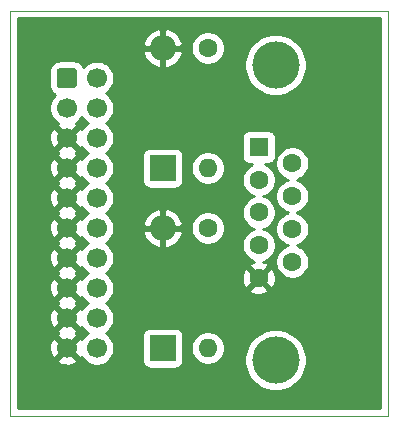
<source format=gbr>
%TF.GenerationSoftware,KiCad,Pcbnew,(5.1.7-0-10_14)*%
%TF.CreationDate,2020-10-13T23:49:25+02:00*%
%TF.ProjectId,UPURS Adapter,55505552-5320-4416-9461-707465722e6b,rev?*%
%TF.SameCoordinates,Original*%
%TF.FileFunction,Copper,L2,Bot*%
%TF.FilePolarity,Positive*%
%FSLAX46Y46*%
G04 Gerber Fmt 4.6, Leading zero omitted, Abs format (unit mm)*
G04 Created by KiCad (PCBNEW (5.1.7-0-10_14)) date 2020-10-13 23:49:25*
%MOMM*%
%LPD*%
G01*
G04 APERTURE LIST*
%TA.AperFunction,Profile*%
%ADD10C,0.050000*%
%TD*%
%TA.AperFunction,ComponentPad*%
%ADD11R,2.200000X2.200000*%
%TD*%
%TA.AperFunction,ComponentPad*%
%ADD12O,2.200000X2.200000*%
%TD*%
%TA.AperFunction,ComponentPad*%
%ADD13C,1.700000*%
%TD*%
%TA.AperFunction,ComponentPad*%
%ADD14R,1.600000X1.600000*%
%TD*%
%TA.AperFunction,ComponentPad*%
%ADD15C,1.600000*%
%TD*%
%TA.AperFunction,ComponentPad*%
%ADD16C,4.000000*%
%TD*%
%TA.AperFunction,ComponentPad*%
%ADD17O,1.600000X1.600000*%
%TD*%
%TA.AperFunction,Conductor*%
%ADD18C,0.254000*%
%TD*%
%TA.AperFunction,Conductor*%
%ADD19C,0.150000*%
%TD*%
G04 APERTURE END LIST*
D10*
X46736000Y-79375000D02*
X46736000Y-45085000D01*
X78740000Y-79375000D02*
X46736000Y-79375000D01*
X78740000Y-45085000D02*
X78740000Y-79375000D01*
X46736000Y-45085000D02*
X78740000Y-45085000D01*
D11*
%TO.P,D1,1*%
%TO.N,/RTS*%
X59690000Y-58420000D03*
D12*
%TO.P,D1,2*%
%TO.N,GND*%
X59690000Y-48260000D03*
%TD*%
%TO.P,D2,2*%
%TO.N,GND*%
X59690000Y-63500000D03*
D11*
%TO.P,D2,1*%
%TO.N,/TxD*%
X59690000Y-73660000D03*
%TD*%
%TO.P,J1,1*%
%TO.N,N/C*%
%TA.AperFunction,ComponentPad*%
G36*
G01*
X50712000Y-51400000D02*
X50712000Y-50200000D01*
G75*
G02*
X50962000Y-49950000I250000J0D01*
G01*
X52162000Y-49950000D01*
G75*
G02*
X52412000Y-50200000I0J-250000D01*
G01*
X52412000Y-51400000D01*
G75*
G02*
X52162000Y-51650000I-250000J0D01*
G01*
X50962000Y-51650000D01*
G75*
G02*
X50712000Y-51400000I0J250000D01*
G01*
G37*
%TD.AperFunction*%
D13*
%TO.P,J1,3*%
X51562000Y-53340000D03*
%TO.P,J1,5*%
%TO.N,GND*%
X51562000Y-55880000D03*
%TO.P,J1,7*%
X51562000Y-58420000D03*
%TO.P,J1,9*%
X51562000Y-60960000D03*
%TO.P,J1,11*%
X51562000Y-63500000D03*
%TO.P,J1,13*%
X51562000Y-66040000D03*
%TO.P,J1,15*%
X51562000Y-68580000D03*
%TO.P,J1,17*%
X51562000Y-71120000D03*
%TO.P,J1,19*%
X51562000Y-73660000D03*
%TO.P,J1,2*%
%TO.N,N/C*%
X54102000Y-50800000D03*
%TO.P,J1,4*%
X54102000Y-53340000D03*
%TO.P,J1,6*%
%TO.N,/RxD*%
X54102000Y-55880000D03*
%TO.P,J1,8*%
%TO.N,/RTS*%
X54102000Y-58420000D03*
%TO.P,J1,10*%
%TO.N,N/C*%
X54102000Y-60960000D03*
%TO.P,J1,12*%
X54102000Y-63500000D03*
%TO.P,J1,14*%
X54102000Y-66040000D03*
%TO.P,J1,16*%
X54102000Y-68580000D03*
%TO.P,J1,18*%
%TO.N,/CTS*%
X54102000Y-71120000D03*
%TO.P,J1,20*%
%TO.N,/TxD*%
X54102000Y-73660000D03*
%TD*%
D14*
%TO.P,J2,1*%
%TO.N,N/C*%
X67818000Y-56642000D03*
D15*
%TO.P,J2,2*%
%TO.N,/RxD*%
X67818000Y-59412000D03*
%TO.P,J2,3*%
%TO.N,/TxD-PC*%
X67818000Y-62182000D03*
%TO.P,J2,4*%
%TO.N,Net-(J2-Pad4)*%
X67818000Y-64952000D03*
%TO.P,J2,5*%
%TO.N,GND*%
X67818000Y-67722000D03*
%TO.P,J2,6*%
%TO.N,Net-(J2-Pad4)*%
X70658000Y-58027000D03*
%TO.P,J2,7*%
%TO.N,/RTS-PC*%
X70658000Y-60797000D03*
%TO.P,J2,8*%
%TO.N,/CTS*%
X70658000Y-63567000D03*
%TO.P,J2,9*%
%TO.N,N/C*%
X70658000Y-66337000D03*
D16*
%TO.P,J2,0*%
%TO.N,Net-(J2-Pad0)*%
X69238000Y-74682000D03*
X69238000Y-49682000D03*
%TD*%
D17*
%TO.P,R1,2*%
%TO.N,/RTS*%
X63500000Y-58420000D03*
D15*
%TO.P,R1,1*%
%TO.N,/RTS-PC*%
X63500000Y-48260000D03*
%TD*%
%TO.P,R2,1*%
%TO.N,/TxD-PC*%
X63500000Y-63500000D03*
D17*
%TO.P,R2,2*%
%TO.N,/TxD*%
X63500000Y-73660000D03*
%TD*%
D18*
%TO.N,GND*%
X78080001Y-78715000D02*
X47396000Y-78715000D01*
X47396000Y-74688397D01*
X50713208Y-74688397D01*
X50790843Y-74937472D01*
X51054883Y-75063371D01*
X51338411Y-75135339D01*
X51630531Y-75150611D01*
X51920019Y-75108599D01*
X52195747Y-75010919D01*
X52333157Y-74937472D01*
X52410792Y-74688397D01*
X51562000Y-73839605D01*
X50713208Y-74688397D01*
X47396000Y-74688397D01*
X47396000Y-73728531D01*
X50071389Y-73728531D01*
X50113401Y-74018019D01*
X50211081Y-74293747D01*
X50284528Y-74431157D01*
X50533603Y-74508792D01*
X51382395Y-73660000D01*
X50533603Y-72811208D01*
X50284528Y-72888843D01*
X50158629Y-73152883D01*
X50086661Y-73436411D01*
X50071389Y-73728531D01*
X47396000Y-73728531D01*
X47396000Y-72148397D01*
X50713208Y-72148397D01*
X50788514Y-72390000D01*
X50713208Y-72631603D01*
X51562000Y-73480395D01*
X52410792Y-72631603D01*
X52335486Y-72390000D01*
X52410792Y-72148397D01*
X51562000Y-71299605D01*
X50713208Y-72148397D01*
X47396000Y-72148397D01*
X47396000Y-71188531D01*
X50071389Y-71188531D01*
X50113401Y-71478019D01*
X50211081Y-71753747D01*
X50284528Y-71891157D01*
X50533603Y-71968792D01*
X51382395Y-71120000D01*
X50533603Y-70271208D01*
X50284528Y-70348843D01*
X50158629Y-70612883D01*
X50086661Y-70896411D01*
X50071389Y-71188531D01*
X47396000Y-71188531D01*
X47396000Y-69608397D01*
X50713208Y-69608397D01*
X50788514Y-69850000D01*
X50713208Y-70091603D01*
X51562000Y-70940395D01*
X52410792Y-70091603D01*
X52335486Y-69850000D01*
X52410792Y-69608397D01*
X51562000Y-68759605D01*
X50713208Y-69608397D01*
X47396000Y-69608397D01*
X47396000Y-68648531D01*
X50071389Y-68648531D01*
X50113401Y-68938019D01*
X50211081Y-69213747D01*
X50284528Y-69351157D01*
X50533603Y-69428792D01*
X51382395Y-68580000D01*
X50533603Y-67731208D01*
X50284528Y-67808843D01*
X50158629Y-68072883D01*
X50086661Y-68356411D01*
X50071389Y-68648531D01*
X47396000Y-68648531D01*
X47396000Y-67068397D01*
X50713208Y-67068397D01*
X50788514Y-67310000D01*
X50713208Y-67551603D01*
X51562000Y-68400395D01*
X52410792Y-67551603D01*
X52335486Y-67310000D01*
X52410792Y-67068397D01*
X51562000Y-66219605D01*
X50713208Y-67068397D01*
X47396000Y-67068397D01*
X47396000Y-66108531D01*
X50071389Y-66108531D01*
X50113401Y-66398019D01*
X50211081Y-66673747D01*
X50284528Y-66811157D01*
X50533603Y-66888792D01*
X51382395Y-66040000D01*
X50533603Y-65191208D01*
X50284528Y-65268843D01*
X50158629Y-65532883D01*
X50086661Y-65816411D01*
X50071389Y-66108531D01*
X47396000Y-66108531D01*
X47396000Y-64528397D01*
X50713208Y-64528397D01*
X50788514Y-64770000D01*
X50713208Y-65011603D01*
X51562000Y-65860395D01*
X52410792Y-65011603D01*
X52335486Y-64770000D01*
X52410792Y-64528397D01*
X51562000Y-63679605D01*
X50713208Y-64528397D01*
X47396000Y-64528397D01*
X47396000Y-63568531D01*
X50071389Y-63568531D01*
X50113401Y-63858019D01*
X50211081Y-64133747D01*
X50284528Y-64271157D01*
X50533603Y-64348792D01*
X51382395Y-63500000D01*
X50533603Y-62651208D01*
X50284528Y-62728843D01*
X50158629Y-62992883D01*
X50086661Y-63276411D01*
X50071389Y-63568531D01*
X47396000Y-63568531D01*
X47396000Y-61988397D01*
X50713208Y-61988397D01*
X50788514Y-62230000D01*
X50713208Y-62471603D01*
X51562000Y-63320395D01*
X52410792Y-62471603D01*
X52335486Y-62230000D01*
X52410792Y-61988397D01*
X51562000Y-61139605D01*
X50713208Y-61988397D01*
X47396000Y-61988397D01*
X47396000Y-61028531D01*
X50071389Y-61028531D01*
X50113401Y-61318019D01*
X50211081Y-61593747D01*
X50284528Y-61731157D01*
X50533603Y-61808792D01*
X51382395Y-60960000D01*
X50533603Y-60111208D01*
X50284528Y-60188843D01*
X50158629Y-60452883D01*
X50086661Y-60736411D01*
X50071389Y-61028531D01*
X47396000Y-61028531D01*
X47396000Y-59448397D01*
X50713208Y-59448397D01*
X50788514Y-59690000D01*
X50713208Y-59931603D01*
X51562000Y-60780395D01*
X52410792Y-59931603D01*
X52335486Y-59690000D01*
X52410792Y-59448397D01*
X51562000Y-58599605D01*
X50713208Y-59448397D01*
X47396000Y-59448397D01*
X47396000Y-58488531D01*
X50071389Y-58488531D01*
X50113401Y-58778019D01*
X50211081Y-59053747D01*
X50284528Y-59191157D01*
X50533603Y-59268792D01*
X51382395Y-58420000D01*
X50533603Y-57571208D01*
X50284528Y-57648843D01*
X50158629Y-57912883D01*
X50086661Y-58196411D01*
X50071389Y-58488531D01*
X47396000Y-58488531D01*
X47396000Y-56908397D01*
X50713208Y-56908397D01*
X50788514Y-57150000D01*
X50713208Y-57391603D01*
X51562000Y-58240395D01*
X52410792Y-57391603D01*
X52335486Y-57150000D01*
X52410792Y-56908397D01*
X51562000Y-56059605D01*
X50713208Y-56908397D01*
X47396000Y-56908397D01*
X47396000Y-55948531D01*
X50071389Y-55948531D01*
X50113401Y-56238019D01*
X50211081Y-56513747D01*
X50284528Y-56651157D01*
X50533603Y-56728792D01*
X51382395Y-55880000D01*
X50533603Y-55031208D01*
X50284528Y-55108843D01*
X50158629Y-55372883D01*
X50086661Y-55656411D01*
X50071389Y-55948531D01*
X47396000Y-55948531D01*
X47396000Y-50200000D01*
X50073928Y-50200000D01*
X50073928Y-51400000D01*
X50090992Y-51573254D01*
X50141528Y-51739850D01*
X50223595Y-51893386D01*
X50334038Y-52027962D01*
X50468614Y-52138405D01*
X50595608Y-52206285D01*
X50408525Y-52393368D01*
X50246010Y-52636589D01*
X50134068Y-52906842D01*
X50077000Y-53193740D01*
X50077000Y-53486260D01*
X50134068Y-53773158D01*
X50246010Y-54043411D01*
X50408525Y-54286632D01*
X50615368Y-54493475D01*
X50788729Y-54609311D01*
X50713208Y-54851603D01*
X51562000Y-55700395D01*
X52410792Y-54851603D01*
X52335271Y-54609311D01*
X52508632Y-54493475D01*
X52715475Y-54286632D01*
X52832000Y-54112240D01*
X52948525Y-54286632D01*
X53155368Y-54493475D01*
X53329760Y-54610000D01*
X53155368Y-54726525D01*
X52948525Y-54933368D01*
X52832689Y-55106729D01*
X52590397Y-55031208D01*
X51741605Y-55880000D01*
X52590397Y-56728792D01*
X52832689Y-56653271D01*
X52948525Y-56826632D01*
X53155368Y-57033475D01*
X53329760Y-57150000D01*
X53155368Y-57266525D01*
X52948525Y-57473368D01*
X52832689Y-57646729D01*
X52590397Y-57571208D01*
X51741605Y-58420000D01*
X52590397Y-59268792D01*
X52832689Y-59193271D01*
X52948525Y-59366632D01*
X53155368Y-59573475D01*
X53329760Y-59690000D01*
X53155368Y-59806525D01*
X52948525Y-60013368D01*
X52832689Y-60186729D01*
X52590397Y-60111208D01*
X51741605Y-60960000D01*
X52590397Y-61808792D01*
X52832689Y-61733271D01*
X52948525Y-61906632D01*
X53155368Y-62113475D01*
X53329760Y-62230000D01*
X53155368Y-62346525D01*
X52948525Y-62553368D01*
X52832689Y-62726729D01*
X52590397Y-62651208D01*
X51741605Y-63500000D01*
X52590397Y-64348792D01*
X52832689Y-64273271D01*
X52948525Y-64446632D01*
X53155368Y-64653475D01*
X53329760Y-64770000D01*
X53155368Y-64886525D01*
X52948525Y-65093368D01*
X52832689Y-65266729D01*
X52590397Y-65191208D01*
X51741605Y-66040000D01*
X52590397Y-66888792D01*
X52832689Y-66813271D01*
X52948525Y-66986632D01*
X53155368Y-67193475D01*
X53329760Y-67310000D01*
X53155368Y-67426525D01*
X52948525Y-67633368D01*
X52832689Y-67806729D01*
X52590397Y-67731208D01*
X51741605Y-68580000D01*
X52590397Y-69428792D01*
X52832689Y-69353271D01*
X52948525Y-69526632D01*
X53155368Y-69733475D01*
X53329760Y-69850000D01*
X53155368Y-69966525D01*
X52948525Y-70173368D01*
X52832689Y-70346729D01*
X52590397Y-70271208D01*
X51741605Y-71120000D01*
X52590397Y-71968792D01*
X52832689Y-71893271D01*
X52948525Y-72066632D01*
X53155368Y-72273475D01*
X53329760Y-72390000D01*
X53155368Y-72506525D01*
X52948525Y-72713368D01*
X52832689Y-72886729D01*
X52590397Y-72811208D01*
X51741605Y-73660000D01*
X52590397Y-74508792D01*
X52832689Y-74433271D01*
X52948525Y-74606632D01*
X53155368Y-74813475D01*
X53398589Y-74975990D01*
X53668842Y-75087932D01*
X53955740Y-75145000D01*
X54248260Y-75145000D01*
X54535158Y-75087932D01*
X54805411Y-74975990D01*
X55048632Y-74813475D01*
X55255475Y-74606632D01*
X55417990Y-74363411D01*
X55529932Y-74093158D01*
X55587000Y-73806260D01*
X55587000Y-73513740D01*
X55529932Y-73226842D01*
X55417990Y-72956589D01*
X55255475Y-72713368D01*
X55102107Y-72560000D01*
X57951928Y-72560000D01*
X57951928Y-74760000D01*
X57964188Y-74884482D01*
X58000498Y-75004180D01*
X58059463Y-75114494D01*
X58138815Y-75211185D01*
X58235506Y-75290537D01*
X58345820Y-75349502D01*
X58465518Y-75385812D01*
X58590000Y-75398072D01*
X60790000Y-75398072D01*
X60914482Y-75385812D01*
X61034180Y-75349502D01*
X61144494Y-75290537D01*
X61241185Y-75211185D01*
X61320537Y-75114494D01*
X61379502Y-75004180D01*
X61415812Y-74884482D01*
X61428072Y-74760000D01*
X61428072Y-73518665D01*
X62065000Y-73518665D01*
X62065000Y-73801335D01*
X62120147Y-74078574D01*
X62228320Y-74339727D01*
X62385363Y-74574759D01*
X62585241Y-74774637D01*
X62820273Y-74931680D01*
X63081426Y-75039853D01*
X63358665Y-75095000D01*
X63641335Y-75095000D01*
X63918574Y-75039853D01*
X64179727Y-74931680D01*
X64414759Y-74774637D01*
X64614637Y-74574759D01*
X64716389Y-74422475D01*
X66603000Y-74422475D01*
X66603000Y-74941525D01*
X66704261Y-75450601D01*
X66902893Y-75930141D01*
X67191262Y-76361715D01*
X67558285Y-76728738D01*
X67989859Y-77017107D01*
X68469399Y-77215739D01*
X68978475Y-77317000D01*
X69497525Y-77317000D01*
X70006601Y-77215739D01*
X70486141Y-77017107D01*
X70917715Y-76728738D01*
X71284738Y-76361715D01*
X71573107Y-75930141D01*
X71771739Y-75450601D01*
X71873000Y-74941525D01*
X71873000Y-74422475D01*
X71771739Y-73913399D01*
X71573107Y-73433859D01*
X71284738Y-73002285D01*
X70917715Y-72635262D01*
X70486141Y-72346893D01*
X70006601Y-72148261D01*
X69497525Y-72047000D01*
X68978475Y-72047000D01*
X68469399Y-72148261D01*
X67989859Y-72346893D01*
X67558285Y-72635262D01*
X67191262Y-73002285D01*
X66902893Y-73433859D01*
X66704261Y-73913399D01*
X66603000Y-74422475D01*
X64716389Y-74422475D01*
X64771680Y-74339727D01*
X64879853Y-74078574D01*
X64935000Y-73801335D01*
X64935000Y-73518665D01*
X64879853Y-73241426D01*
X64771680Y-72980273D01*
X64614637Y-72745241D01*
X64414759Y-72545363D01*
X64179727Y-72388320D01*
X63918574Y-72280147D01*
X63641335Y-72225000D01*
X63358665Y-72225000D01*
X63081426Y-72280147D01*
X62820273Y-72388320D01*
X62585241Y-72545363D01*
X62385363Y-72745241D01*
X62228320Y-72980273D01*
X62120147Y-73241426D01*
X62065000Y-73518665D01*
X61428072Y-73518665D01*
X61428072Y-72560000D01*
X61415812Y-72435518D01*
X61379502Y-72315820D01*
X61320537Y-72205506D01*
X61241185Y-72108815D01*
X61144494Y-72029463D01*
X61034180Y-71970498D01*
X60914482Y-71934188D01*
X60790000Y-71921928D01*
X58590000Y-71921928D01*
X58465518Y-71934188D01*
X58345820Y-71970498D01*
X58235506Y-72029463D01*
X58138815Y-72108815D01*
X58059463Y-72205506D01*
X58000498Y-72315820D01*
X57964188Y-72435518D01*
X57951928Y-72560000D01*
X55102107Y-72560000D01*
X55048632Y-72506525D01*
X54874240Y-72390000D01*
X55048632Y-72273475D01*
X55255475Y-72066632D01*
X55417990Y-71823411D01*
X55529932Y-71553158D01*
X55587000Y-71266260D01*
X55587000Y-70973740D01*
X55529932Y-70686842D01*
X55417990Y-70416589D01*
X55255475Y-70173368D01*
X55048632Y-69966525D01*
X54874240Y-69850000D01*
X55048632Y-69733475D01*
X55255475Y-69526632D01*
X55417990Y-69283411D01*
X55529932Y-69013158D01*
X55587000Y-68726260D01*
X55587000Y-68714702D01*
X67004903Y-68714702D01*
X67076486Y-68958671D01*
X67331996Y-69079571D01*
X67606184Y-69148300D01*
X67888512Y-69162217D01*
X68168130Y-69120787D01*
X68434292Y-69025603D01*
X68559514Y-68958671D01*
X68631097Y-68714702D01*
X67818000Y-67901605D01*
X67004903Y-68714702D01*
X55587000Y-68714702D01*
X55587000Y-68433740D01*
X55529932Y-68146842D01*
X55417990Y-67876589D01*
X55361812Y-67792512D01*
X66377783Y-67792512D01*
X66419213Y-68072130D01*
X66514397Y-68338292D01*
X66581329Y-68463514D01*
X66825298Y-68535097D01*
X67638395Y-67722000D01*
X67997605Y-67722000D01*
X68810702Y-68535097D01*
X69054671Y-68463514D01*
X69175571Y-68208004D01*
X69244300Y-67933816D01*
X69258217Y-67651488D01*
X69216787Y-67371870D01*
X69121603Y-67105708D01*
X69054671Y-66980486D01*
X68810702Y-66908903D01*
X67997605Y-67722000D01*
X67638395Y-67722000D01*
X66825298Y-66908903D01*
X66581329Y-66980486D01*
X66460429Y-67235996D01*
X66391700Y-67510184D01*
X66377783Y-67792512D01*
X55361812Y-67792512D01*
X55255475Y-67633368D01*
X55048632Y-67426525D01*
X54874240Y-67310000D01*
X55048632Y-67193475D01*
X55255475Y-66986632D01*
X55417990Y-66743411D01*
X55529932Y-66473158D01*
X55587000Y-66186260D01*
X55587000Y-65893740D01*
X55529932Y-65606842D01*
X55417990Y-65336589D01*
X55255475Y-65093368D01*
X55048632Y-64886525D01*
X54874240Y-64770000D01*
X55048632Y-64653475D01*
X55255475Y-64446632D01*
X55417990Y-64203411D01*
X55529932Y-63933158D01*
X55537298Y-63896123D01*
X58000821Y-63896123D01*
X58110558Y-64218054D01*
X58280992Y-64512391D01*
X58505573Y-64767822D01*
X58775671Y-64974531D01*
X59080906Y-65124575D01*
X59293878Y-65189175D01*
X59563000Y-65071125D01*
X59563000Y-63627000D01*
X59817000Y-63627000D01*
X59817000Y-65071125D01*
X60086122Y-65189175D01*
X60299094Y-65124575D01*
X60604329Y-64974531D01*
X60874427Y-64767822D01*
X61099008Y-64512391D01*
X61269442Y-64218054D01*
X61379179Y-63896123D01*
X61261600Y-63627000D01*
X59817000Y-63627000D01*
X59563000Y-63627000D01*
X58118400Y-63627000D01*
X58000821Y-63896123D01*
X55537298Y-63896123D01*
X55587000Y-63646260D01*
X55587000Y-63353740D01*
X55537299Y-63103877D01*
X58000821Y-63103877D01*
X58118400Y-63373000D01*
X59563000Y-63373000D01*
X59563000Y-61928875D01*
X59817000Y-61928875D01*
X59817000Y-63373000D01*
X61261600Y-63373000D01*
X61267862Y-63358665D01*
X62065000Y-63358665D01*
X62065000Y-63641335D01*
X62120147Y-63918574D01*
X62228320Y-64179727D01*
X62385363Y-64414759D01*
X62585241Y-64614637D01*
X62820273Y-64771680D01*
X63081426Y-64879853D01*
X63358665Y-64935000D01*
X63641335Y-64935000D01*
X63918574Y-64879853D01*
X64179727Y-64771680D01*
X64414759Y-64614637D01*
X64614637Y-64414759D01*
X64771680Y-64179727D01*
X64879853Y-63918574D01*
X64935000Y-63641335D01*
X64935000Y-63358665D01*
X64879853Y-63081426D01*
X64771680Y-62820273D01*
X64614637Y-62585241D01*
X64414759Y-62385363D01*
X64179727Y-62228320D01*
X63918574Y-62120147D01*
X63641335Y-62065000D01*
X63358665Y-62065000D01*
X63081426Y-62120147D01*
X62820273Y-62228320D01*
X62585241Y-62385363D01*
X62385363Y-62585241D01*
X62228320Y-62820273D01*
X62120147Y-63081426D01*
X62065000Y-63358665D01*
X61267862Y-63358665D01*
X61379179Y-63103877D01*
X61269442Y-62781946D01*
X61099008Y-62487609D01*
X60874427Y-62232178D01*
X60604329Y-62025469D01*
X60299094Y-61875425D01*
X60086122Y-61810825D01*
X59817000Y-61928875D01*
X59563000Y-61928875D01*
X59293878Y-61810825D01*
X59080906Y-61875425D01*
X58775671Y-62025469D01*
X58505573Y-62232178D01*
X58280992Y-62487609D01*
X58110558Y-62781946D01*
X58000821Y-63103877D01*
X55537299Y-63103877D01*
X55529932Y-63066842D01*
X55417990Y-62796589D01*
X55255475Y-62553368D01*
X55048632Y-62346525D01*
X54874240Y-62230000D01*
X55048632Y-62113475D01*
X55255475Y-61906632D01*
X55417990Y-61663411D01*
X55529932Y-61393158D01*
X55587000Y-61106260D01*
X55587000Y-60813740D01*
X55529932Y-60526842D01*
X55417990Y-60256589D01*
X55255475Y-60013368D01*
X55048632Y-59806525D01*
X54874240Y-59690000D01*
X55048632Y-59573475D01*
X55255475Y-59366632D01*
X55417990Y-59123411D01*
X55529932Y-58853158D01*
X55587000Y-58566260D01*
X55587000Y-58273740D01*
X55529932Y-57986842D01*
X55417990Y-57716589D01*
X55255475Y-57473368D01*
X55102107Y-57320000D01*
X57951928Y-57320000D01*
X57951928Y-59520000D01*
X57964188Y-59644482D01*
X58000498Y-59764180D01*
X58059463Y-59874494D01*
X58138815Y-59971185D01*
X58235506Y-60050537D01*
X58345820Y-60109502D01*
X58465518Y-60145812D01*
X58590000Y-60158072D01*
X60790000Y-60158072D01*
X60914482Y-60145812D01*
X61034180Y-60109502D01*
X61144494Y-60050537D01*
X61241185Y-59971185D01*
X61320537Y-59874494D01*
X61379502Y-59764180D01*
X61415812Y-59644482D01*
X61428072Y-59520000D01*
X61428072Y-58278665D01*
X62065000Y-58278665D01*
X62065000Y-58561335D01*
X62120147Y-58838574D01*
X62228320Y-59099727D01*
X62385363Y-59334759D01*
X62585241Y-59534637D01*
X62820273Y-59691680D01*
X63081426Y-59799853D01*
X63358665Y-59855000D01*
X63641335Y-59855000D01*
X63918574Y-59799853D01*
X64179727Y-59691680D01*
X64414759Y-59534637D01*
X64614637Y-59334759D01*
X64771680Y-59099727D01*
X64879853Y-58838574D01*
X64935000Y-58561335D01*
X64935000Y-58278665D01*
X64879853Y-58001426D01*
X64771680Y-57740273D01*
X64614637Y-57505241D01*
X64414759Y-57305363D01*
X64179727Y-57148320D01*
X63918574Y-57040147D01*
X63641335Y-56985000D01*
X63358665Y-56985000D01*
X63081426Y-57040147D01*
X62820273Y-57148320D01*
X62585241Y-57305363D01*
X62385363Y-57505241D01*
X62228320Y-57740273D01*
X62120147Y-58001426D01*
X62065000Y-58278665D01*
X61428072Y-58278665D01*
X61428072Y-57320000D01*
X61415812Y-57195518D01*
X61379502Y-57075820D01*
X61320537Y-56965506D01*
X61241185Y-56868815D01*
X61144494Y-56789463D01*
X61034180Y-56730498D01*
X60914482Y-56694188D01*
X60790000Y-56681928D01*
X58590000Y-56681928D01*
X58465518Y-56694188D01*
X58345820Y-56730498D01*
X58235506Y-56789463D01*
X58138815Y-56868815D01*
X58059463Y-56965506D01*
X58000498Y-57075820D01*
X57964188Y-57195518D01*
X57951928Y-57320000D01*
X55102107Y-57320000D01*
X55048632Y-57266525D01*
X54874240Y-57150000D01*
X55048632Y-57033475D01*
X55255475Y-56826632D01*
X55417990Y-56583411D01*
X55529932Y-56313158D01*
X55587000Y-56026260D01*
X55587000Y-55842000D01*
X66379928Y-55842000D01*
X66379928Y-57442000D01*
X66392188Y-57566482D01*
X66428498Y-57686180D01*
X66487463Y-57796494D01*
X66566815Y-57893185D01*
X66663506Y-57972537D01*
X66773820Y-58031502D01*
X66893518Y-58067812D01*
X67018000Y-58080072D01*
X67283725Y-58080072D01*
X67138273Y-58140320D01*
X66903241Y-58297363D01*
X66703363Y-58497241D01*
X66546320Y-58732273D01*
X66438147Y-58993426D01*
X66383000Y-59270665D01*
X66383000Y-59553335D01*
X66438147Y-59830574D01*
X66546320Y-60091727D01*
X66703363Y-60326759D01*
X66903241Y-60526637D01*
X67138273Y-60683680D01*
X67399426Y-60791853D01*
X67425301Y-60797000D01*
X67399426Y-60802147D01*
X67138273Y-60910320D01*
X66903241Y-61067363D01*
X66703363Y-61267241D01*
X66546320Y-61502273D01*
X66438147Y-61763426D01*
X66383000Y-62040665D01*
X66383000Y-62323335D01*
X66438147Y-62600574D01*
X66546320Y-62861727D01*
X66703363Y-63096759D01*
X66903241Y-63296637D01*
X67138273Y-63453680D01*
X67399426Y-63561853D01*
X67425301Y-63567000D01*
X67399426Y-63572147D01*
X67138273Y-63680320D01*
X66903241Y-63837363D01*
X66703363Y-64037241D01*
X66546320Y-64272273D01*
X66438147Y-64533426D01*
X66383000Y-64810665D01*
X66383000Y-65093335D01*
X66438147Y-65370574D01*
X66546320Y-65631727D01*
X66703363Y-65866759D01*
X66903241Y-66066637D01*
X67138273Y-66223680D01*
X67399426Y-66331853D01*
X67427882Y-66337513D01*
X67201708Y-66418397D01*
X67076486Y-66485329D01*
X67004903Y-66729298D01*
X67818000Y-67542395D01*
X68631097Y-66729298D01*
X68559514Y-66485329D01*
X68304004Y-66364429D01*
X68201711Y-66338788D01*
X68236574Y-66331853D01*
X68497727Y-66223680D01*
X68732759Y-66066637D01*
X68932637Y-65866759D01*
X69089680Y-65631727D01*
X69197853Y-65370574D01*
X69253000Y-65093335D01*
X69253000Y-64810665D01*
X69197853Y-64533426D01*
X69089680Y-64272273D01*
X68932637Y-64037241D01*
X68732759Y-63837363D01*
X68497727Y-63680320D01*
X68236574Y-63572147D01*
X68210699Y-63567000D01*
X68236574Y-63561853D01*
X68497727Y-63453680D01*
X68732759Y-63296637D01*
X68932637Y-63096759D01*
X69089680Y-62861727D01*
X69197853Y-62600574D01*
X69253000Y-62323335D01*
X69253000Y-62040665D01*
X69197853Y-61763426D01*
X69089680Y-61502273D01*
X68932637Y-61267241D01*
X68732759Y-61067363D01*
X68497727Y-60910320D01*
X68236574Y-60802147D01*
X68210699Y-60797000D01*
X68236574Y-60791853D01*
X68497727Y-60683680D01*
X68732759Y-60526637D01*
X68932637Y-60326759D01*
X69089680Y-60091727D01*
X69197853Y-59830574D01*
X69253000Y-59553335D01*
X69253000Y-59270665D01*
X69197853Y-58993426D01*
X69089680Y-58732273D01*
X68932637Y-58497241D01*
X68732759Y-58297363D01*
X68497727Y-58140320D01*
X68352275Y-58080072D01*
X68618000Y-58080072D01*
X68742482Y-58067812D01*
X68862180Y-58031502D01*
X68972494Y-57972537D01*
X69069185Y-57893185D01*
X69075356Y-57885665D01*
X69223000Y-57885665D01*
X69223000Y-58168335D01*
X69278147Y-58445574D01*
X69386320Y-58706727D01*
X69543363Y-58941759D01*
X69743241Y-59141637D01*
X69978273Y-59298680D01*
X70239426Y-59406853D01*
X70265301Y-59412000D01*
X70239426Y-59417147D01*
X69978273Y-59525320D01*
X69743241Y-59682363D01*
X69543363Y-59882241D01*
X69386320Y-60117273D01*
X69278147Y-60378426D01*
X69223000Y-60655665D01*
X69223000Y-60938335D01*
X69278147Y-61215574D01*
X69386320Y-61476727D01*
X69543363Y-61711759D01*
X69743241Y-61911637D01*
X69978273Y-62068680D01*
X70239426Y-62176853D01*
X70265301Y-62182000D01*
X70239426Y-62187147D01*
X69978273Y-62295320D01*
X69743241Y-62452363D01*
X69543363Y-62652241D01*
X69386320Y-62887273D01*
X69278147Y-63148426D01*
X69223000Y-63425665D01*
X69223000Y-63708335D01*
X69278147Y-63985574D01*
X69386320Y-64246727D01*
X69543363Y-64481759D01*
X69743241Y-64681637D01*
X69978273Y-64838680D01*
X70239426Y-64946853D01*
X70265301Y-64952000D01*
X70239426Y-64957147D01*
X69978273Y-65065320D01*
X69743241Y-65222363D01*
X69543363Y-65422241D01*
X69386320Y-65657273D01*
X69278147Y-65918426D01*
X69223000Y-66195665D01*
X69223000Y-66478335D01*
X69278147Y-66755574D01*
X69386320Y-67016727D01*
X69543363Y-67251759D01*
X69743241Y-67451637D01*
X69978273Y-67608680D01*
X70239426Y-67716853D01*
X70516665Y-67772000D01*
X70799335Y-67772000D01*
X71076574Y-67716853D01*
X71337727Y-67608680D01*
X71572759Y-67451637D01*
X71772637Y-67251759D01*
X71929680Y-67016727D01*
X72037853Y-66755574D01*
X72093000Y-66478335D01*
X72093000Y-66195665D01*
X72037853Y-65918426D01*
X71929680Y-65657273D01*
X71772637Y-65422241D01*
X71572759Y-65222363D01*
X71337727Y-65065320D01*
X71076574Y-64957147D01*
X71050699Y-64952000D01*
X71076574Y-64946853D01*
X71337727Y-64838680D01*
X71572759Y-64681637D01*
X71772637Y-64481759D01*
X71929680Y-64246727D01*
X72037853Y-63985574D01*
X72093000Y-63708335D01*
X72093000Y-63425665D01*
X72037853Y-63148426D01*
X71929680Y-62887273D01*
X71772637Y-62652241D01*
X71572759Y-62452363D01*
X71337727Y-62295320D01*
X71076574Y-62187147D01*
X71050699Y-62182000D01*
X71076574Y-62176853D01*
X71337727Y-62068680D01*
X71572759Y-61911637D01*
X71772637Y-61711759D01*
X71929680Y-61476727D01*
X72037853Y-61215574D01*
X72093000Y-60938335D01*
X72093000Y-60655665D01*
X72037853Y-60378426D01*
X71929680Y-60117273D01*
X71772637Y-59882241D01*
X71572759Y-59682363D01*
X71337727Y-59525320D01*
X71076574Y-59417147D01*
X71050699Y-59412000D01*
X71076574Y-59406853D01*
X71337727Y-59298680D01*
X71572759Y-59141637D01*
X71772637Y-58941759D01*
X71929680Y-58706727D01*
X72037853Y-58445574D01*
X72093000Y-58168335D01*
X72093000Y-57885665D01*
X72037853Y-57608426D01*
X71929680Y-57347273D01*
X71772637Y-57112241D01*
X71572759Y-56912363D01*
X71337727Y-56755320D01*
X71076574Y-56647147D01*
X70799335Y-56592000D01*
X70516665Y-56592000D01*
X70239426Y-56647147D01*
X69978273Y-56755320D01*
X69743241Y-56912363D01*
X69543363Y-57112241D01*
X69386320Y-57347273D01*
X69278147Y-57608426D01*
X69223000Y-57885665D01*
X69075356Y-57885665D01*
X69148537Y-57796494D01*
X69207502Y-57686180D01*
X69243812Y-57566482D01*
X69256072Y-57442000D01*
X69256072Y-55842000D01*
X69243812Y-55717518D01*
X69207502Y-55597820D01*
X69148537Y-55487506D01*
X69069185Y-55390815D01*
X68972494Y-55311463D01*
X68862180Y-55252498D01*
X68742482Y-55216188D01*
X68618000Y-55203928D01*
X67018000Y-55203928D01*
X66893518Y-55216188D01*
X66773820Y-55252498D01*
X66663506Y-55311463D01*
X66566815Y-55390815D01*
X66487463Y-55487506D01*
X66428498Y-55597820D01*
X66392188Y-55717518D01*
X66379928Y-55842000D01*
X55587000Y-55842000D01*
X55587000Y-55733740D01*
X55529932Y-55446842D01*
X55417990Y-55176589D01*
X55255475Y-54933368D01*
X55048632Y-54726525D01*
X54874240Y-54610000D01*
X55048632Y-54493475D01*
X55255475Y-54286632D01*
X55417990Y-54043411D01*
X55529932Y-53773158D01*
X55587000Y-53486260D01*
X55587000Y-53193740D01*
X55529932Y-52906842D01*
X55417990Y-52636589D01*
X55255475Y-52393368D01*
X55048632Y-52186525D01*
X54874240Y-52070000D01*
X55048632Y-51953475D01*
X55255475Y-51746632D01*
X55417990Y-51503411D01*
X55529932Y-51233158D01*
X55587000Y-50946260D01*
X55587000Y-50653740D01*
X55529932Y-50366842D01*
X55417990Y-50096589D01*
X55255475Y-49853368D01*
X55048632Y-49646525D01*
X54805411Y-49484010D01*
X54535158Y-49372068D01*
X54248260Y-49315000D01*
X53955740Y-49315000D01*
X53668842Y-49372068D01*
X53398589Y-49484010D01*
X53155368Y-49646525D01*
X52968285Y-49833608D01*
X52900405Y-49706614D01*
X52789962Y-49572038D01*
X52655386Y-49461595D01*
X52501850Y-49379528D01*
X52335254Y-49328992D01*
X52162000Y-49311928D01*
X50962000Y-49311928D01*
X50788746Y-49328992D01*
X50622150Y-49379528D01*
X50468614Y-49461595D01*
X50334038Y-49572038D01*
X50223595Y-49706614D01*
X50141528Y-49860150D01*
X50090992Y-50026746D01*
X50073928Y-50200000D01*
X47396000Y-50200000D01*
X47396000Y-48656123D01*
X58000821Y-48656123D01*
X58110558Y-48978054D01*
X58280992Y-49272391D01*
X58505573Y-49527822D01*
X58775671Y-49734531D01*
X59080906Y-49884575D01*
X59293878Y-49949175D01*
X59563000Y-49831125D01*
X59563000Y-48387000D01*
X59817000Y-48387000D01*
X59817000Y-49831125D01*
X60086122Y-49949175D01*
X60299094Y-49884575D01*
X60604329Y-49734531D01*
X60874427Y-49527822D01*
X61099008Y-49272391D01*
X61269442Y-48978054D01*
X61379179Y-48656123D01*
X61261600Y-48387000D01*
X59817000Y-48387000D01*
X59563000Y-48387000D01*
X58118400Y-48387000D01*
X58000821Y-48656123D01*
X47396000Y-48656123D01*
X47396000Y-47863877D01*
X58000821Y-47863877D01*
X58118400Y-48133000D01*
X59563000Y-48133000D01*
X59563000Y-46688875D01*
X59817000Y-46688875D01*
X59817000Y-48133000D01*
X61261600Y-48133000D01*
X61267862Y-48118665D01*
X62065000Y-48118665D01*
X62065000Y-48401335D01*
X62120147Y-48678574D01*
X62228320Y-48939727D01*
X62385363Y-49174759D01*
X62585241Y-49374637D01*
X62820273Y-49531680D01*
X63081426Y-49639853D01*
X63358665Y-49695000D01*
X63641335Y-49695000D01*
X63918574Y-49639853D01*
X64179727Y-49531680D01*
X64343164Y-49422475D01*
X66603000Y-49422475D01*
X66603000Y-49941525D01*
X66704261Y-50450601D01*
X66902893Y-50930141D01*
X67191262Y-51361715D01*
X67558285Y-51728738D01*
X67989859Y-52017107D01*
X68469399Y-52215739D01*
X68978475Y-52317000D01*
X69497525Y-52317000D01*
X70006601Y-52215739D01*
X70486141Y-52017107D01*
X70917715Y-51728738D01*
X71284738Y-51361715D01*
X71573107Y-50930141D01*
X71771739Y-50450601D01*
X71873000Y-49941525D01*
X71873000Y-49422475D01*
X71771739Y-48913399D01*
X71573107Y-48433859D01*
X71284738Y-48002285D01*
X70917715Y-47635262D01*
X70486141Y-47346893D01*
X70006601Y-47148261D01*
X69497525Y-47047000D01*
X68978475Y-47047000D01*
X68469399Y-47148261D01*
X67989859Y-47346893D01*
X67558285Y-47635262D01*
X67191262Y-48002285D01*
X66902893Y-48433859D01*
X66704261Y-48913399D01*
X66603000Y-49422475D01*
X64343164Y-49422475D01*
X64414759Y-49374637D01*
X64614637Y-49174759D01*
X64771680Y-48939727D01*
X64879853Y-48678574D01*
X64935000Y-48401335D01*
X64935000Y-48118665D01*
X64879853Y-47841426D01*
X64771680Y-47580273D01*
X64614637Y-47345241D01*
X64414759Y-47145363D01*
X64179727Y-46988320D01*
X63918574Y-46880147D01*
X63641335Y-46825000D01*
X63358665Y-46825000D01*
X63081426Y-46880147D01*
X62820273Y-46988320D01*
X62585241Y-47145363D01*
X62385363Y-47345241D01*
X62228320Y-47580273D01*
X62120147Y-47841426D01*
X62065000Y-48118665D01*
X61267862Y-48118665D01*
X61379179Y-47863877D01*
X61269442Y-47541946D01*
X61099008Y-47247609D01*
X60874427Y-46992178D01*
X60604329Y-46785469D01*
X60299094Y-46635425D01*
X60086122Y-46570825D01*
X59817000Y-46688875D01*
X59563000Y-46688875D01*
X59293878Y-46570825D01*
X59080906Y-46635425D01*
X58775671Y-46785469D01*
X58505573Y-46992178D01*
X58280992Y-47247609D01*
X58110558Y-47541946D01*
X58000821Y-47863877D01*
X47396000Y-47863877D01*
X47396000Y-45745000D01*
X78080000Y-45745000D01*
X78080001Y-78715000D01*
%TA.AperFunction,Conductor*%
D19*
G36*
X78080001Y-78715000D02*
G01*
X47396000Y-78715000D01*
X47396000Y-74688397D01*
X50713208Y-74688397D01*
X50790843Y-74937472D01*
X51054883Y-75063371D01*
X51338411Y-75135339D01*
X51630531Y-75150611D01*
X51920019Y-75108599D01*
X52195747Y-75010919D01*
X52333157Y-74937472D01*
X52410792Y-74688397D01*
X51562000Y-73839605D01*
X50713208Y-74688397D01*
X47396000Y-74688397D01*
X47396000Y-73728531D01*
X50071389Y-73728531D01*
X50113401Y-74018019D01*
X50211081Y-74293747D01*
X50284528Y-74431157D01*
X50533603Y-74508792D01*
X51382395Y-73660000D01*
X50533603Y-72811208D01*
X50284528Y-72888843D01*
X50158629Y-73152883D01*
X50086661Y-73436411D01*
X50071389Y-73728531D01*
X47396000Y-73728531D01*
X47396000Y-72148397D01*
X50713208Y-72148397D01*
X50788514Y-72390000D01*
X50713208Y-72631603D01*
X51562000Y-73480395D01*
X52410792Y-72631603D01*
X52335486Y-72390000D01*
X52410792Y-72148397D01*
X51562000Y-71299605D01*
X50713208Y-72148397D01*
X47396000Y-72148397D01*
X47396000Y-71188531D01*
X50071389Y-71188531D01*
X50113401Y-71478019D01*
X50211081Y-71753747D01*
X50284528Y-71891157D01*
X50533603Y-71968792D01*
X51382395Y-71120000D01*
X50533603Y-70271208D01*
X50284528Y-70348843D01*
X50158629Y-70612883D01*
X50086661Y-70896411D01*
X50071389Y-71188531D01*
X47396000Y-71188531D01*
X47396000Y-69608397D01*
X50713208Y-69608397D01*
X50788514Y-69850000D01*
X50713208Y-70091603D01*
X51562000Y-70940395D01*
X52410792Y-70091603D01*
X52335486Y-69850000D01*
X52410792Y-69608397D01*
X51562000Y-68759605D01*
X50713208Y-69608397D01*
X47396000Y-69608397D01*
X47396000Y-68648531D01*
X50071389Y-68648531D01*
X50113401Y-68938019D01*
X50211081Y-69213747D01*
X50284528Y-69351157D01*
X50533603Y-69428792D01*
X51382395Y-68580000D01*
X50533603Y-67731208D01*
X50284528Y-67808843D01*
X50158629Y-68072883D01*
X50086661Y-68356411D01*
X50071389Y-68648531D01*
X47396000Y-68648531D01*
X47396000Y-67068397D01*
X50713208Y-67068397D01*
X50788514Y-67310000D01*
X50713208Y-67551603D01*
X51562000Y-68400395D01*
X52410792Y-67551603D01*
X52335486Y-67310000D01*
X52410792Y-67068397D01*
X51562000Y-66219605D01*
X50713208Y-67068397D01*
X47396000Y-67068397D01*
X47396000Y-66108531D01*
X50071389Y-66108531D01*
X50113401Y-66398019D01*
X50211081Y-66673747D01*
X50284528Y-66811157D01*
X50533603Y-66888792D01*
X51382395Y-66040000D01*
X50533603Y-65191208D01*
X50284528Y-65268843D01*
X50158629Y-65532883D01*
X50086661Y-65816411D01*
X50071389Y-66108531D01*
X47396000Y-66108531D01*
X47396000Y-64528397D01*
X50713208Y-64528397D01*
X50788514Y-64770000D01*
X50713208Y-65011603D01*
X51562000Y-65860395D01*
X52410792Y-65011603D01*
X52335486Y-64770000D01*
X52410792Y-64528397D01*
X51562000Y-63679605D01*
X50713208Y-64528397D01*
X47396000Y-64528397D01*
X47396000Y-63568531D01*
X50071389Y-63568531D01*
X50113401Y-63858019D01*
X50211081Y-64133747D01*
X50284528Y-64271157D01*
X50533603Y-64348792D01*
X51382395Y-63500000D01*
X50533603Y-62651208D01*
X50284528Y-62728843D01*
X50158629Y-62992883D01*
X50086661Y-63276411D01*
X50071389Y-63568531D01*
X47396000Y-63568531D01*
X47396000Y-61988397D01*
X50713208Y-61988397D01*
X50788514Y-62230000D01*
X50713208Y-62471603D01*
X51562000Y-63320395D01*
X52410792Y-62471603D01*
X52335486Y-62230000D01*
X52410792Y-61988397D01*
X51562000Y-61139605D01*
X50713208Y-61988397D01*
X47396000Y-61988397D01*
X47396000Y-61028531D01*
X50071389Y-61028531D01*
X50113401Y-61318019D01*
X50211081Y-61593747D01*
X50284528Y-61731157D01*
X50533603Y-61808792D01*
X51382395Y-60960000D01*
X50533603Y-60111208D01*
X50284528Y-60188843D01*
X50158629Y-60452883D01*
X50086661Y-60736411D01*
X50071389Y-61028531D01*
X47396000Y-61028531D01*
X47396000Y-59448397D01*
X50713208Y-59448397D01*
X50788514Y-59690000D01*
X50713208Y-59931603D01*
X51562000Y-60780395D01*
X52410792Y-59931603D01*
X52335486Y-59690000D01*
X52410792Y-59448397D01*
X51562000Y-58599605D01*
X50713208Y-59448397D01*
X47396000Y-59448397D01*
X47396000Y-58488531D01*
X50071389Y-58488531D01*
X50113401Y-58778019D01*
X50211081Y-59053747D01*
X50284528Y-59191157D01*
X50533603Y-59268792D01*
X51382395Y-58420000D01*
X50533603Y-57571208D01*
X50284528Y-57648843D01*
X50158629Y-57912883D01*
X50086661Y-58196411D01*
X50071389Y-58488531D01*
X47396000Y-58488531D01*
X47396000Y-56908397D01*
X50713208Y-56908397D01*
X50788514Y-57150000D01*
X50713208Y-57391603D01*
X51562000Y-58240395D01*
X52410792Y-57391603D01*
X52335486Y-57150000D01*
X52410792Y-56908397D01*
X51562000Y-56059605D01*
X50713208Y-56908397D01*
X47396000Y-56908397D01*
X47396000Y-55948531D01*
X50071389Y-55948531D01*
X50113401Y-56238019D01*
X50211081Y-56513747D01*
X50284528Y-56651157D01*
X50533603Y-56728792D01*
X51382395Y-55880000D01*
X50533603Y-55031208D01*
X50284528Y-55108843D01*
X50158629Y-55372883D01*
X50086661Y-55656411D01*
X50071389Y-55948531D01*
X47396000Y-55948531D01*
X47396000Y-50200000D01*
X50073928Y-50200000D01*
X50073928Y-51400000D01*
X50090992Y-51573254D01*
X50141528Y-51739850D01*
X50223595Y-51893386D01*
X50334038Y-52027962D01*
X50468614Y-52138405D01*
X50595608Y-52206285D01*
X50408525Y-52393368D01*
X50246010Y-52636589D01*
X50134068Y-52906842D01*
X50077000Y-53193740D01*
X50077000Y-53486260D01*
X50134068Y-53773158D01*
X50246010Y-54043411D01*
X50408525Y-54286632D01*
X50615368Y-54493475D01*
X50788729Y-54609311D01*
X50713208Y-54851603D01*
X51562000Y-55700395D01*
X52410792Y-54851603D01*
X52335271Y-54609311D01*
X52508632Y-54493475D01*
X52715475Y-54286632D01*
X52832000Y-54112240D01*
X52948525Y-54286632D01*
X53155368Y-54493475D01*
X53329760Y-54610000D01*
X53155368Y-54726525D01*
X52948525Y-54933368D01*
X52832689Y-55106729D01*
X52590397Y-55031208D01*
X51741605Y-55880000D01*
X52590397Y-56728792D01*
X52832689Y-56653271D01*
X52948525Y-56826632D01*
X53155368Y-57033475D01*
X53329760Y-57150000D01*
X53155368Y-57266525D01*
X52948525Y-57473368D01*
X52832689Y-57646729D01*
X52590397Y-57571208D01*
X51741605Y-58420000D01*
X52590397Y-59268792D01*
X52832689Y-59193271D01*
X52948525Y-59366632D01*
X53155368Y-59573475D01*
X53329760Y-59690000D01*
X53155368Y-59806525D01*
X52948525Y-60013368D01*
X52832689Y-60186729D01*
X52590397Y-60111208D01*
X51741605Y-60960000D01*
X52590397Y-61808792D01*
X52832689Y-61733271D01*
X52948525Y-61906632D01*
X53155368Y-62113475D01*
X53329760Y-62230000D01*
X53155368Y-62346525D01*
X52948525Y-62553368D01*
X52832689Y-62726729D01*
X52590397Y-62651208D01*
X51741605Y-63500000D01*
X52590397Y-64348792D01*
X52832689Y-64273271D01*
X52948525Y-64446632D01*
X53155368Y-64653475D01*
X53329760Y-64770000D01*
X53155368Y-64886525D01*
X52948525Y-65093368D01*
X52832689Y-65266729D01*
X52590397Y-65191208D01*
X51741605Y-66040000D01*
X52590397Y-66888792D01*
X52832689Y-66813271D01*
X52948525Y-66986632D01*
X53155368Y-67193475D01*
X53329760Y-67310000D01*
X53155368Y-67426525D01*
X52948525Y-67633368D01*
X52832689Y-67806729D01*
X52590397Y-67731208D01*
X51741605Y-68580000D01*
X52590397Y-69428792D01*
X52832689Y-69353271D01*
X52948525Y-69526632D01*
X53155368Y-69733475D01*
X53329760Y-69850000D01*
X53155368Y-69966525D01*
X52948525Y-70173368D01*
X52832689Y-70346729D01*
X52590397Y-70271208D01*
X51741605Y-71120000D01*
X52590397Y-71968792D01*
X52832689Y-71893271D01*
X52948525Y-72066632D01*
X53155368Y-72273475D01*
X53329760Y-72390000D01*
X53155368Y-72506525D01*
X52948525Y-72713368D01*
X52832689Y-72886729D01*
X52590397Y-72811208D01*
X51741605Y-73660000D01*
X52590397Y-74508792D01*
X52832689Y-74433271D01*
X52948525Y-74606632D01*
X53155368Y-74813475D01*
X53398589Y-74975990D01*
X53668842Y-75087932D01*
X53955740Y-75145000D01*
X54248260Y-75145000D01*
X54535158Y-75087932D01*
X54805411Y-74975990D01*
X55048632Y-74813475D01*
X55255475Y-74606632D01*
X55417990Y-74363411D01*
X55529932Y-74093158D01*
X55587000Y-73806260D01*
X55587000Y-73513740D01*
X55529932Y-73226842D01*
X55417990Y-72956589D01*
X55255475Y-72713368D01*
X55102107Y-72560000D01*
X57951928Y-72560000D01*
X57951928Y-74760000D01*
X57964188Y-74884482D01*
X58000498Y-75004180D01*
X58059463Y-75114494D01*
X58138815Y-75211185D01*
X58235506Y-75290537D01*
X58345820Y-75349502D01*
X58465518Y-75385812D01*
X58590000Y-75398072D01*
X60790000Y-75398072D01*
X60914482Y-75385812D01*
X61034180Y-75349502D01*
X61144494Y-75290537D01*
X61241185Y-75211185D01*
X61320537Y-75114494D01*
X61379502Y-75004180D01*
X61415812Y-74884482D01*
X61428072Y-74760000D01*
X61428072Y-73518665D01*
X62065000Y-73518665D01*
X62065000Y-73801335D01*
X62120147Y-74078574D01*
X62228320Y-74339727D01*
X62385363Y-74574759D01*
X62585241Y-74774637D01*
X62820273Y-74931680D01*
X63081426Y-75039853D01*
X63358665Y-75095000D01*
X63641335Y-75095000D01*
X63918574Y-75039853D01*
X64179727Y-74931680D01*
X64414759Y-74774637D01*
X64614637Y-74574759D01*
X64716389Y-74422475D01*
X66603000Y-74422475D01*
X66603000Y-74941525D01*
X66704261Y-75450601D01*
X66902893Y-75930141D01*
X67191262Y-76361715D01*
X67558285Y-76728738D01*
X67989859Y-77017107D01*
X68469399Y-77215739D01*
X68978475Y-77317000D01*
X69497525Y-77317000D01*
X70006601Y-77215739D01*
X70486141Y-77017107D01*
X70917715Y-76728738D01*
X71284738Y-76361715D01*
X71573107Y-75930141D01*
X71771739Y-75450601D01*
X71873000Y-74941525D01*
X71873000Y-74422475D01*
X71771739Y-73913399D01*
X71573107Y-73433859D01*
X71284738Y-73002285D01*
X70917715Y-72635262D01*
X70486141Y-72346893D01*
X70006601Y-72148261D01*
X69497525Y-72047000D01*
X68978475Y-72047000D01*
X68469399Y-72148261D01*
X67989859Y-72346893D01*
X67558285Y-72635262D01*
X67191262Y-73002285D01*
X66902893Y-73433859D01*
X66704261Y-73913399D01*
X66603000Y-74422475D01*
X64716389Y-74422475D01*
X64771680Y-74339727D01*
X64879853Y-74078574D01*
X64935000Y-73801335D01*
X64935000Y-73518665D01*
X64879853Y-73241426D01*
X64771680Y-72980273D01*
X64614637Y-72745241D01*
X64414759Y-72545363D01*
X64179727Y-72388320D01*
X63918574Y-72280147D01*
X63641335Y-72225000D01*
X63358665Y-72225000D01*
X63081426Y-72280147D01*
X62820273Y-72388320D01*
X62585241Y-72545363D01*
X62385363Y-72745241D01*
X62228320Y-72980273D01*
X62120147Y-73241426D01*
X62065000Y-73518665D01*
X61428072Y-73518665D01*
X61428072Y-72560000D01*
X61415812Y-72435518D01*
X61379502Y-72315820D01*
X61320537Y-72205506D01*
X61241185Y-72108815D01*
X61144494Y-72029463D01*
X61034180Y-71970498D01*
X60914482Y-71934188D01*
X60790000Y-71921928D01*
X58590000Y-71921928D01*
X58465518Y-71934188D01*
X58345820Y-71970498D01*
X58235506Y-72029463D01*
X58138815Y-72108815D01*
X58059463Y-72205506D01*
X58000498Y-72315820D01*
X57964188Y-72435518D01*
X57951928Y-72560000D01*
X55102107Y-72560000D01*
X55048632Y-72506525D01*
X54874240Y-72390000D01*
X55048632Y-72273475D01*
X55255475Y-72066632D01*
X55417990Y-71823411D01*
X55529932Y-71553158D01*
X55587000Y-71266260D01*
X55587000Y-70973740D01*
X55529932Y-70686842D01*
X55417990Y-70416589D01*
X55255475Y-70173368D01*
X55048632Y-69966525D01*
X54874240Y-69850000D01*
X55048632Y-69733475D01*
X55255475Y-69526632D01*
X55417990Y-69283411D01*
X55529932Y-69013158D01*
X55587000Y-68726260D01*
X55587000Y-68714702D01*
X67004903Y-68714702D01*
X67076486Y-68958671D01*
X67331996Y-69079571D01*
X67606184Y-69148300D01*
X67888512Y-69162217D01*
X68168130Y-69120787D01*
X68434292Y-69025603D01*
X68559514Y-68958671D01*
X68631097Y-68714702D01*
X67818000Y-67901605D01*
X67004903Y-68714702D01*
X55587000Y-68714702D01*
X55587000Y-68433740D01*
X55529932Y-68146842D01*
X55417990Y-67876589D01*
X55361812Y-67792512D01*
X66377783Y-67792512D01*
X66419213Y-68072130D01*
X66514397Y-68338292D01*
X66581329Y-68463514D01*
X66825298Y-68535097D01*
X67638395Y-67722000D01*
X67997605Y-67722000D01*
X68810702Y-68535097D01*
X69054671Y-68463514D01*
X69175571Y-68208004D01*
X69244300Y-67933816D01*
X69258217Y-67651488D01*
X69216787Y-67371870D01*
X69121603Y-67105708D01*
X69054671Y-66980486D01*
X68810702Y-66908903D01*
X67997605Y-67722000D01*
X67638395Y-67722000D01*
X66825298Y-66908903D01*
X66581329Y-66980486D01*
X66460429Y-67235996D01*
X66391700Y-67510184D01*
X66377783Y-67792512D01*
X55361812Y-67792512D01*
X55255475Y-67633368D01*
X55048632Y-67426525D01*
X54874240Y-67310000D01*
X55048632Y-67193475D01*
X55255475Y-66986632D01*
X55417990Y-66743411D01*
X55529932Y-66473158D01*
X55587000Y-66186260D01*
X55587000Y-65893740D01*
X55529932Y-65606842D01*
X55417990Y-65336589D01*
X55255475Y-65093368D01*
X55048632Y-64886525D01*
X54874240Y-64770000D01*
X55048632Y-64653475D01*
X55255475Y-64446632D01*
X55417990Y-64203411D01*
X55529932Y-63933158D01*
X55537298Y-63896123D01*
X58000821Y-63896123D01*
X58110558Y-64218054D01*
X58280992Y-64512391D01*
X58505573Y-64767822D01*
X58775671Y-64974531D01*
X59080906Y-65124575D01*
X59293878Y-65189175D01*
X59563000Y-65071125D01*
X59563000Y-63627000D01*
X59817000Y-63627000D01*
X59817000Y-65071125D01*
X60086122Y-65189175D01*
X60299094Y-65124575D01*
X60604329Y-64974531D01*
X60874427Y-64767822D01*
X61099008Y-64512391D01*
X61269442Y-64218054D01*
X61379179Y-63896123D01*
X61261600Y-63627000D01*
X59817000Y-63627000D01*
X59563000Y-63627000D01*
X58118400Y-63627000D01*
X58000821Y-63896123D01*
X55537298Y-63896123D01*
X55587000Y-63646260D01*
X55587000Y-63353740D01*
X55537299Y-63103877D01*
X58000821Y-63103877D01*
X58118400Y-63373000D01*
X59563000Y-63373000D01*
X59563000Y-61928875D01*
X59817000Y-61928875D01*
X59817000Y-63373000D01*
X61261600Y-63373000D01*
X61267862Y-63358665D01*
X62065000Y-63358665D01*
X62065000Y-63641335D01*
X62120147Y-63918574D01*
X62228320Y-64179727D01*
X62385363Y-64414759D01*
X62585241Y-64614637D01*
X62820273Y-64771680D01*
X63081426Y-64879853D01*
X63358665Y-64935000D01*
X63641335Y-64935000D01*
X63918574Y-64879853D01*
X64179727Y-64771680D01*
X64414759Y-64614637D01*
X64614637Y-64414759D01*
X64771680Y-64179727D01*
X64879853Y-63918574D01*
X64935000Y-63641335D01*
X64935000Y-63358665D01*
X64879853Y-63081426D01*
X64771680Y-62820273D01*
X64614637Y-62585241D01*
X64414759Y-62385363D01*
X64179727Y-62228320D01*
X63918574Y-62120147D01*
X63641335Y-62065000D01*
X63358665Y-62065000D01*
X63081426Y-62120147D01*
X62820273Y-62228320D01*
X62585241Y-62385363D01*
X62385363Y-62585241D01*
X62228320Y-62820273D01*
X62120147Y-63081426D01*
X62065000Y-63358665D01*
X61267862Y-63358665D01*
X61379179Y-63103877D01*
X61269442Y-62781946D01*
X61099008Y-62487609D01*
X60874427Y-62232178D01*
X60604329Y-62025469D01*
X60299094Y-61875425D01*
X60086122Y-61810825D01*
X59817000Y-61928875D01*
X59563000Y-61928875D01*
X59293878Y-61810825D01*
X59080906Y-61875425D01*
X58775671Y-62025469D01*
X58505573Y-62232178D01*
X58280992Y-62487609D01*
X58110558Y-62781946D01*
X58000821Y-63103877D01*
X55537299Y-63103877D01*
X55529932Y-63066842D01*
X55417990Y-62796589D01*
X55255475Y-62553368D01*
X55048632Y-62346525D01*
X54874240Y-62230000D01*
X55048632Y-62113475D01*
X55255475Y-61906632D01*
X55417990Y-61663411D01*
X55529932Y-61393158D01*
X55587000Y-61106260D01*
X55587000Y-60813740D01*
X55529932Y-60526842D01*
X55417990Y-60256589D01*
X55255475Y-60013368D01*
X55048632Y-59806525D01*
X54874240Y-59690000D01*
X55048632Y-59573475D01*
X55255475Y-59366632D01*
X55417990Y-59123411D01*
X55529932Y-58853158D01*
X55587000Y-58566260D01*
X55587000Y-58273740D01*
X55529932Y-57986842D01*
X55417990Y-57716589D01*
X55255475Y-57473368D01*
X55102107Y-57320000D01*
X57951928Y-57320000D01*
X57951928Y-59520000D01*
X57964188Y-59644482D01*
X58000498Y-59764180D01*
X58059463Y-59874494D01*
X58138815Y-59971185D01*
X58235506Y-60050537D01*
X58345820Y-60109502D01*
X58465518Y-60145812D01*
X58590000Y-60158072D01*
X60790000Y-60158072D01*
X60914482Y-60145812D01*
X61034180Y-60109502D01*
X61144494Y-60050537D01*
X61241185Y-59971185D01*
X61320537Y-59874494D01*
X61379502Y-59764180D01*
X61415812Y-59644482D01*
X61428072Y-59520000D01*
X61428072Y-58278665D01*
X62065000Y-58278665D01*
X62065000Y-58561335D01*
X62120147Y-58838574D01*
X62228320Y-59099727D01*
X62385363Y-59334759D01*
X62585241Y-59534637D01*
X62820273Y-59691680D01*
X63081426Y-59799853D01*
X63358665Y-59855000D01*
X63641335Y-59855000D01*
X63918574Y-59799853D01*
X64179727Y-59691680D01*
X64414759Y-59534637D01*
X64614637Y-59334759D01*
X64771680Y-59099727D01*
X64879853Y-58838574D01*
X64935000Y-58561335D01*
X64935000Y-58278665D01*
X64879853Y-58001426D01*
X64771680Y-57740273D01*
X64614637Y-57505241D01*
X64414759Y-57305363D01*
X64179727Y-57148320D01*
X63918574Y-57040147D01*
X63641335Y-56985000D01*
X63358665Y-56985000D01*
X63081426Y-57040147D01*
X62820273Y-57148320D01*
X62585241Y-57305363D01*
X62385363Y-57505241D01*
X62228320Y-57740273D01*
X62120147Y-58001426D01*
X62065000Y-58278665D01*
X61428072Y-58278665D01*
X61428072Y-57320000D01*
X61415812Y-57195518D01*
X61379502Y-57075820D01*
X61320537Y-56965506D01*
X61241185Y-56868815D01*
X61144494Y-56789463D01*
X61034180Y-56730498D01*
X60914482Y-56694188D01*
X60790000Y-56681928D01*
X58590000Y-56681928D01*
X58465518Y-56694188D01*
X58345820Y-56730498D01*
X58235506Y-56789463D01*
X58138815Y-56868815D01*
X58059463Y-56965506D01*
X58000498Y-57075820D01*
X57964188Y-57195518D01*
X57951928Y-57320000D01*
X55102107Y-57320000D01*
X55048632Y-57266525D01*
X54874240Y-57150000D01*
X55048632Y-57033475D01*
X55255475Y-56826632D01*
X55417990Y-56583411D01*
X55529932Y-56313158D01*
X55587000Y-56026260D01*
X55587000Y-55842000D01*
X66379928Y-55842000D01*
X66379928Y-57442000D01*
X66392188Y-57566482D01*
X66428498Y-57686180D01*
X66487463Y-57796494D01*
X66566815Y-57893185D01*
X66663506Y-57972537D01*
X66773820Y-58031502D01*
X66893518Y-58067812D01*
X67018000Y-58080072D01*
X67283725Y-58080072D01*
X67138273Y-58140320D01*
X66903241Y-58297363D01*
X66703363Y-58497241D01*
X66546320Y-58732273D01*
X66438147Y-58993426D01*
X66383000Y-59270665D01*
X66383000Y-59553335D01*
X66438147Y-59830574D01*
X66546320Y-60091727D01*
X66703363Y-60326759D01*
X66903241Y-60526637D01*
X67138273Y-60683680D01*
X67399426Y-60791853D01*
X67425301Y-60797000D01*
X67399426Y-60802147D01*
X67138273Y-60910320D01*
X66903241Y-61067363D01*
X66703363Y-61267241D01*
X66546320Y-61502273D01*
X66438147Y-61763426D01*
X66383000Y-62040665D01*
X66383000Y-62323335D01*
X66438147Y-62600574D01*
X66546320Y-62861727D01*
X66703363Y-63096759D01*
X66903241Y-63296637D01*
X67138273Y-63453680D01*
X67399426Y-63561853D01*
X67425301Y-63567000D01*
X67399426Y-63572147D01*
X67138273Y-63680320D01*
X66903241Y-63837363D01*
X66703363Y-64037241D01*
X66546320Y-64272273D01*
X66438147Y-64533426D01*
X66383000Y-64810665D01*
X66383000Y-65093335D01*
X66438147Y-65370574D01*
X66546320Y-65631727D01*
X66703363Y-65866759D01*
X66903241Y-66066637D01*
X67138273Y-66223680D01*
X67399426Y-66331853D01*
X67427882Y-66337513D01*
X67201708Y-66418397D01*
X67076486Y-66485329D01*
X67004903Y-66729298D01*
X67818000Y-67542395D01*
X68631097Y-66729298D01*
X68559514Y-66485329D01*
X68304004Y-66364429D01*
X68201711Y-66338788D01*
X68236574Y-66331853D01*
X68497727Y-66223680D01*
X68732759Y-66066637D01*
X68932637Y-65866759D01*
X69089680Y-65631727D01*
X69197853Y-65370574D01*
X69253000Y-65093335D01*
X69253000Y-64810665D01*
X69197853Y-64533426D01*
X69089680Y-64272273D01*
X68932637Y-64037241D01*
X68732759Y-63837363D01*
X68497727Y-63680320D01*
X68236574Y-63572147D01*
X68210699Y-63567000D01*
X68236574Y-63561853D01*
X68497727Y-63453680D01*
X68732759Y-63296637D01*
X68932637Y-63096759D01*
X69089680Y-62861727D01*
X69197853Y-62600574D01*
X69253000Y-62323335D01*
X69253000Y-62040665D01*
X69197853Y-61763426D01*
X69089680Y-61502273D01*
X68932637Y-61267241D01*
X68732759Y-61067363D01*
X68497727Y-60910320D01*
X68236574Y-60802147D01*
X68210699Y-60797000D01*
X68236574Y-60791853D01*
X68497727Y-60683680D01*
X68732759Y-60526637D01*
X68932637Y-60326759D01*
X69089680Y-60091727D01*
X69197853Y-59830574D01*
X69253000Y-59553335D01*
X69253000Y-59270665D01*
X69197853Y-58993426D01*
X69089680Y-58732273D01*
X68932637Y-58497241D01*
X68732759Y-58297363D01*
X68497727Y-58140320D01*
X68352275Y-58080072D01*
X68618000Y-58080072D01*
X68742482Y-58067812D01*
X68862180Y-58031502D01*
X68972494Y-57972537D01*
X69069185Y-57893185D01*
X69075356Y-57885665D01*
X69223000Y-57885665D01*
X69223000Y-58168335D01*
X69278147Y-58445574D01*
X69386320Y-58706727D01*
X69543363Y-58941759D01*
X69743241Y-59141637D01*
X69978273Y-59298680D01*
X70239426Y-59406853D01*
X70265301Y-59412000D01*
X70239426Y-59417147D01*
X69978273Y-59525320D01*
X69743241Y-59682363D01*
X69543363Y-59882241D01*
X69386320Y-60117273D01*
X69278147Y-60378426D01*
X69223000Y-60655665D01*
X69223000Y-60938335D01*
X69278147Y-61215574D01*
X69386320Y-61476727D01*
X69543363Y-61711759D01*
X69743241Y-61911637D01*
X69978273Y-62068680D01*
X70239426Y-62176853D01*
X70265301Y-62182000D01*
X70239426Y-62187147D01*
X69978273Y-62295320D01*
X69743241Y-62452363D01*
X69543363Y-62652241D01*
X69386320Y-62887273D01*
X69278147Y-63148426D01*
X69223000Y-63425665D01*
X69223000Y-63708335D01*
X69278147Y-63985574D01*
X69386320Y-64246727D01*
X69543363Y-64481759D01*
X69743241Y-64681637D01*
X69978273Y-64838680D01*
X70239426Y-64946853D01*
X70265301Y-64952000D01*
X70239426Y-64957147D01*
X69978273Y-65065320D01*
X69743241Y-65222363D01*
X69543363Y-65422241D01*
X69386320Y-65657273D01*
X69278147Y-65918426D01*
X69223000Y-66195665D01*
X69223000Y-66478335D01*
X69278147Y-66755574D01*
X69386320Y-67016727D01*
X69543363Y-67251759D01*
X69743241Y-67451637D01*
X69978273Y-67608680D01*
X70239426Y-67716853D01*
X70516665Y-67772000D01*
X70799335Y-67772000D01*
X71076574Y-67716853D01*
X71337727Y-67608680D01*
X71572759Y-67451637D01*
X71772637Y-67251759D01*
X71929680Y-67016727D01*
X72037853Y-66755574D01*
X72093000Y-66478335D01*
X72093000Y-66195665D01*
X72037853Y-65918426D01*
X71929680Y-65657273D01*
X71772637Y-65422241D01*
X71572759Y-65222363D01*
X71337727Y-65065320D01*
X71076574Y-64957147D01*
X71050699Y-64952000D01*
X71076574Y-64946853D01*
X71337727Y-64838680D01*
X71572759Y-64681637D01*
X71772637Y-64481759D01*
X71929680Y-64246727D01*
X72037853Y-63985574D01*
X72093000Y-63708335D01*
X72093000Y-63425665D01*
X72037853Y-63148426D01*
X71929680Y-62887273D01*
X71772637Y-62652241D01*
X71572759Y-62452363D01*
X71337727Y-62295320D01*
X71076574Y-62187147D01*
X71050699Y-62182000D01*
X71076574Y-62176853D01*
X71337727Y-62068680D01*
X71572759Y-61911637D01*
X71772637Y-61711759D01*
X71929680Y-61476727D01*
X72037853Y-61215574D01*
X72093000Y-60938335D01*
X72093000Y-60655665D01*
X72037853Y-60378426D01*
X71929680Y-60117273D01*
X71772637Y-59882241D01*
X71572759Y-59682363D01*
X71337727Y-59525320D01*
X71076574Y-59417147D01*
X71050699Y-59412000D01*
X71076574Y-59406853D01*
X71337727Y-59298680D01*
X71572759Y-59141637D01*
X71772637Y-58941759D01*
X71929680Y-58706727D01*
X72037853Y-58445574D01*
X72093000Y-58168335D01*
X72093000Y-57885665D01*
X72037853Y-57608426D01*
X71929680Y-57347273D01*
X71772637Y-57112241D01*
X71572759Y-56912363D01*
X71337727Y-56755320D01*
X71076574Y-56647147D01*
X70799335Y-56592000D01*
X70516665Y-56592000D01*
X70239426Y-56647147D01*
X69978273Y-56755320D01*
X69743241Y-56912363D01*
X69543363Y-57112241D01*
X69386320Y-57347273D01*
X69278147Y-57608426D01*
X69223000Y-57885665D01*
X69075356Y-57885665D01*
X69148537Y-57796494D01*
X69207502Y-57686180D01*
X69243812Y-57566482D01*
X69256072Y-57442000D01*
X69256072Y-55842000D01*
X69243812Y-55717518D01*
X69207502Y-55597820D01*
X69148537Y-55487506D01*
X69069185Y-55390815D01*
X68972494Y-55311463D01*
X68862180Y-55252498D01*
X68742482Y-55216188D01*
X68618000Y-55203928D01*
X67018000Y-55203928D01*
X66893518Y-55216188D01*
X66773820Y-55252498D01*
X66663506Y-55311463D01*
X66566815Y-55390815D01*
X66487463Y-55487506D01*
X66428498Y-55597820D01*
X66392188Y-55717518D01*
X66379928Y-55842000D01*
X55587000Y-55842000D01*
X55587000Y-55733740D01*
X55529932Y-55446842D01*
X55417990Y-55176589D01*
X55255475Y-54933368D01*
X55048632Y-54726525D01*
X54874240Y-54610000D01*
X55048632Y-54493475D01*
X55255475Y-54286632D01*
X55417990Y-54043411D01*
X55529932Y-53773158D01*
X55587000Y-53486260D01*
X55587000Y-53193740D01*
X55529932Y-52906842D01*
X55417990Y-52636589D01*
X55255475Y-52393368D01*
X55048632Y-52186525D01*
X54874240Y-52070000D01*
X55048632Y-51953475D01*
X55255475Y-51746632D01*
X55417990Y-51503411D01*
X55529932Y-51233158D01*
X55587000Y-50946260D01*
X55587000Y-50653740D01*
X55529932Y-50366842D01*
X55417990Y-50096589D01*
X55255475Y-49853368D01*
X55048632Y-49646525D01*
X54805411Y-49484010D01*
X54535158Y-49372068D01*
X54248260Y-49315000D01*
X53955740Y-49315000D01*
X53668842Y-49372068D01*
X53398589Y-49484010D01*
X53155368Y-49646525D01*
X52968285Y-49833608D01*
X52900405Y-49706614D01*
X52789962Y-49572038D01*
X52655386Y-49461595D01*
X52501850Y-49379528D01*
X52335254Y-49328992D01*
X52162000Y-49311928D01*
X50962000Y-49311928D01*
X50788746Y-49328992D01*
X50622150Y-49379528D01*
X50468614Y-49461595D01*
X50334038Y-49572038D01*
X50223595Y-49706614D01*
X50141528Y-49860150D01*
X50090992Y-50026746D01*
X50073928Y-50200000D01*
X47396000Y-50200000D01*
X47396000Y-48656123D01*
X58000821Y-48656123D01*
X58110558Y-48978054D01*
X58280992Y-49272391D01*
X58505573Y-49527822D01*
X58775671Y-49734531D01*
X59080906Y-49884575D01*
X59293878Y-49949175D01*
X59563000Y-49831125D01*
X59563000Y-48387000D01*
X59817000Y-48387000D01*
X59817000Y-49831125D01*
X60086122Y-49949175D01*
X60299094Y-49884575D01*
X60604329Y-49734531D01*
X60874427Y-49527822D01*
X61099008Y-49272391D01*
X61269442Y-48978054D01*
X61379179Y-48656123D01*
X61261600Y-48387000D01*
X59817000Y-48387000D01*
X59563000Y-48387000D01*
X58118400Y-48387000D01*
X58000821Y-48656123D01*
X47396000Y-48656123D01*
X47396000Y-47863877D01*
X58000821Y-47863877D01*
X58118400Y-48133000D01*
X59563000Y-48133000D01*
X59563000Y-46688875D01*
X59817000Y-46688875D01*
X59817000Y-48133000D01*
X61261600Y-48133000D01*
X61267862Y-48118665D01*
X62065000Y-48118665D01*
X62065000Y-48401335D01*
X62120147Y-48678574D01*
X62228320Y-48939727D01*
X62385363Y-49174759D01*
X62585241Y-49374637D01*
X62820273Y-49531680D01*
X63081426Y-49639853D01*
X63358665Y-49695000D01*
X63641335Y-49695000D01*
X63918574Y-49639853D01*
X64179727Y-49531680D01*
X64343164Y-49422475D01*
X66603000Y-49422475D01*
X66603000Y-49941525D01*
X66704261Y-50450601D01*
X66902893Y-50930141D01*
X67191262Y-51361715D01*
X67558285Y-51728738D01*
X67989859Y-52017107D01*
X68469399Y-52215739D01*
X68978475Y-52317000D01*
X69497525Y-52317000D01*
X70006601Y-52215739D01*
X70486141Y-52017107D01*
X70917715Y-51728738D01*
X71284738Y-51361715D01*
X71573107Y-50930141D01*
X71771739Y-50450601D01*
X71873000Y-49941525D01*
X71873000Y-49422475D01*
X71771739Y-48913399D01*
X71573107Y-48433859D01*
X71284738Y-48002285D01*
X70917715Y-47635262D01*
X70486141Y-47346893D01*
X70006601Y-47148261D01*
X69497525Y-47047000D01*
X68978475Y-47047000D01*
X68469399Y-47148261D01*
X67989859Y-47346893D01*
X67558285Y-47635262D01*
X67191262Y-48002285D01*
X66902893Y-48433859D01*
X66704261Y-48913399D01*
X66603000Y-49422475D01*
X64343164Y-49422475D01*
X64414759Y-49374637D01*
X64614637Y-49174759D01*
X64771680Y-48939727D01*
X64879853Y-48678574D01*
X64935000Y-48401335D01*
X64935000Y-48118665D01*
X64879853Y-47841426D01*
X64771680Y-47580273D01*
X64614637Y-47345241D01*
X64414759Y-47145363D01*
X64179727Y-46988320D01*
X63918574Y-46880147D01*
X63641335Y-46825000D01*
X63358665Y-46825000D01*
X63081426Y-46880147D01*
X62820273Y-46988320D01*
X62585241Y-47145363D01*
X62385363Y-47345241D01*
X62228320Y-47580273D01*
X62120147Y-47841426D01*
X62065000Y-48118665D01*
X61267862Y-48118665D01*
X61379179Y-47863877D01*
X61269442Y-47541946D01*
X61099008Y-47247609D01*
X60874427Y-46992178D01*
X60604329Y-46785469D01*
X60299094Y-46635425D01*
X60086122Y-46570825D01*
X59817000Y-46688875D01*
X59563000Y-46688875D01*
X59293878Y-46570825D01*
X59080906Y-46635425D01*
X58775671Y-46785469D01*
X58505573Y-46992178D01*
X58280992Y-47247609D01*
X58110558Y-47541946D01*
X58000821Y-47863877D01*
X47396000Y-47863877D01*
X47396000Y-45745000D01*
X78080000Y-45745000D01*
X78080001Y-78715000D01*
G37*
%TD.AperFunction*%
%TD*%
M02*

</source>
